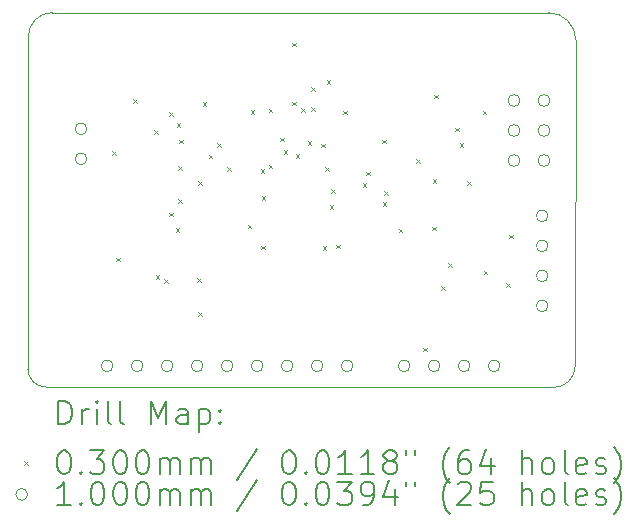
<source format=gbr>
%TF.GenerationSoftware,KiCad,Pcbnew,9.0.6*%
%TF.CreationDate,2025-12-29T02:06:04+05:30*%
%TF.ProjectId,DATA LOGGER,44415441-204c-44f4-9747-45522e6b6963,rev?*%
%TF.SameCoordinates,Original*%
%TF.FileFunction,Drillmap*%
%TF.FilePolarity,Positive*%
%FSLAX45Y45*%
G04 Gerber Fmt 4.5, Leading zero omitted, Abs format (unit mm)*
G04 Created by KiCad (PCBNEW 9.0.6) date 2025-12-29 02:06:04*
%MOMM*%
%LPD*%
G01*
G04 APERTURE LIST*
%ADD10C,0.050000*%
%ADD11C,0.200000*%
%ADD12C,0.100000*%
G04 APERTURE END LIST*
D10*
X9738300Y-8944200D02*
G75*
G02*
X9560500Y-9122000I-177800J0D01*
G01*
X9513550Y-5949700D02*
G75*
G02*
X9744150Y-6180300I0J-230600D01*
G01*
X5257800Y-9118600D02*
X9560500Y-9122000D01*
X5312450Y-5948300D02*
X9513550Y-5949700D01*
X5109250Y-6151500D02*
G75*
G02*
X5312450Y-5948300I203200J0D01*
G01*
X5105400Y-8966200D02*
X5109250Y-6151500D01*
X5257800Y-9118600D02*
G75*
G02*
X5105400Y-8966200I0J152400D01*
G01*
X9744150Y-6180300D02*
X9738300Y-8944200D01*
D11*
D12*
X5819000Y-7121000D02*
X5849000Y-7151000D01*
X5849000Y-7121000D02*
X5819000Y-7151000D01*
X5855000Y-8023000D02*
X5885000Y-8053000D01*
X5885000Y-8023000D02*
X5855000Y-8053000D01*
X5998000Y-6684000D02*
X6028000Y-6714000D01*
X6028000Y-6684000D02*
X5998000Y-6714000D01*
X6173000Y-6946000D02*
X6203000Y-6976000D01*
X6203000Y-6946000D02*
X6173000Y-6976000D01*
X6188363Y-8174475D02*
X6218363Y-8204475D01*
X6218363Y-8174475D02*
X6188363Y-8204475D01*
X6261000Y-8208000D02*
X6291000Y-8238000D01*
X6291000Y-8208000D02*
X6261000Y-8238000D01*
X6301000Y-6793000D02*
X6331000Y-6823000D01*
X6331000Y-6793000D02*
X6301000Y-6823000D01*
X6301000Y-7642500D02*
X6331000Y-7672500D01*
X6331000Y-7642500D02*
X6301000Y-7672500D01*
X6357000Y-7773000D02*
X6387000Y-7803000D01*
X6387000Y-7773000D02*
X6357000Y-7803000D01*
X6366000Y-6884000D02*
X6396000Y-6914000D01*
X6396000Y-6884000D02*
X6366000Y-6914000D01*
X6377000Y-7527000D02*
X6407000Y-7557000D01*
X6407000Y-7527000D02*
X6377000Y-7557000D01*
X6378000Y-7249000D02*
X6408000Y-7279000D01*
X6408000Y-7249000D02*
X6378000Y-7279000D01*
X6385000Y-7027000D02*
X6415000Y-7057000D01*
X6415000Y-7027000D02*
X6385000Y-7057000D01*
X6539000Y-8199000D02*
X6569000Y-8229000D01*
X6569000Y-8199000D02*
X6539000Y-8229000D01*
X6549000Y-8487000D02*
X6579000Y-8517000D01*
X6579000Y-8487000D02*
X6549000Y-8517000D01*
X6550000Y-7379000D02*
X6580000Y-7409000D01*
X6580000Y-7379000D02*
X6550000Y-7409000D01*
X6584000Y-6709000D02*
X6614000Y-6739000D01*
X6614000Y-6709000D02*
X6584000Y-6739000D01*
X6638268Y-7151879D02*
X6668268Y-7181879D01*
X6668268Y-7151879D02*
X6638268Y-7181879D01*
X6709000Y-7053000D02*
X6739000Y-7083000D01*
X6739000Y-7053000D02*
X6709000Y-7083000D01*
X6793500Y-7256500D02*
X6823500Y-7286500D01*
X6823500Y-7256500D02*
X6793500Y-7286500D01*
X6968000Y-7744000D02*
X6998000Y-7774000D01*
X6998000Y-7744000D02*
X6968000Y-7774000D01*
X6994000Y-6776000D02*
X7024000Y-6806000D01*
X7024000Y-6776000D02*
X6994000Y-6806000D01*
X7075000Y-7275000D02*
X7105000Y-7305000D01*
X7105000Y-7275000D02*
X7075000Y-7305000D01*
X7081000Y-7924000D02*
X7111000Y-7954000D01*
X7111000Y-7924000D02*
X7081000Y-7954000D01*
X7087000Y-7503000D02*
X7117000Y-7533000D01*
X7117000Y-7503000D02*
X7087000Y-7533000D01*
X7144060Y-6762744D02*
X7174060Y-6792744D01*
X7174060Y-6762744D02*
X7144060Y-6792744D01*
X7145000Y-7236000D02*
X7175000Y-7266000D01*
X7175000Y-7236000D02*
X7145000Y-7266000D01*
X7240831Y-7006999D02*
X7270831Y-7036999D01*
X7270831Y-7006999D02*
X7240831Y-7036999D01*
X7272000Y-7116000D02*
X7302000Y-7146000D01*
X7302000Y-7116000D02*
X7272000Y-7146000D01*
X7342000Y-6703000D02*
X7372000Y-6733000D01*
X7372000Y-6703000D02*
X7342000Y-6733000D01*
X7345000Y-6205000D02*
X7375000Y-6235000D01*
X7375000Y-6205000D02*
X7345000Y-6235000D01*
X7372000Y-7149000D02*
X7402000Y-7179000D01*
X7402000Y-7149000D02*
X7372000Y-7179000D01*
X7419000Y-6760000D02*
X7449000Y-6790000D01*
X7449000Y-6760000D02*
X7419000Y-6790000D01*
X7475000Y-7037000D02*
X7505000Y-7067000D01*
X7505000Y-7037000D02*
X7475000Y-7067000D01*
X7502500Y-6748000D02*
X7532500Y-6778000D01*
X7532500Y-6748000D02*
X7502500Y-6778000D01*
X7503000Y-6580000D02*
X7533000Y-6610000D01*
X7533000Y-6580000D02*
X7503000Y-6610000D01*
X7589000Y-7059000D02*
X7619000Y-7089000D01*
X7619000Y-7059000D02*
X7589000Y-7089000D01*
X7601000Y-7925000D02*
X7631000Y-7955000D01*
X7631000Y-7925000D02*
X7601000Y-7955000D01*
X7621000Y-7260000D02*
X7651000Y-7290000D01*
X7651000Y-7260000D02*
X7621000Y-7290000D01*
X7634000Y-6520000D02*
X7664000Y-6550000D01*
X7664000Y-6520000D02*
X7634000Y-6550000D01*
X7663000Y-7579000D02*
X7693000Y-7609000D01*
X7693000Y-7579000D02*
X7663000Y-7609000D01*
X7676009Y-7442761D02*
X7706009Y-7472761D01*
X7706009Y-7442761D02*
X7676009Y-7472761D01*
X7717000Y-7916000D02*
X7747000Y-7946000D01*
X7747000Y-7916000D02*
X7717000Y-7946000D01*
X7774766Y-6779900D02*
X7804766Y-6809900D01*
X7804766Y-6779900D02*
X7774766Y-6809900D01*
X7940500Y-7391500D02*
X7970500Y-7421500D01*
X7970500Y-7391500D02*
X7940500Y-7421500D01*
X7968000Y-7295000D02*
X7998000Y-7325000D01*
X7998000Y-7295000D02*
X7968000Y-7325000D01*
X8107426Y-7026573D02*
X8137426Y-7056573D01*
X8137426Y-7026573D02*
X8107426Y-7056573D01*
X8108000Y-7556000D02*
X8138000Y-7586000D01*
X8138000Y-7556000D02*
X8108000Y-7586000D01*
X8121000Y-7461000D02*
X8151000Y-7491000D01*
X8151000Y-7461000D02*
X8121000Y-7491000D01*
X8244000Y-7778000D02*
X8274000Y-7808000D01*
X8274000Y-7778000D02*
X8244000Y-7808000D01*
X8394400Y-7192000D02*
X8424400Y-7222000D01*
X8424400Y-7192000D02*
X8394400Y-7222000D01*
X8451000Y-8787000D02*
X8481000Y-8817000D01*
X8481000Y-8787000D02*
X8451000Y-8817000D01*
X8531000Y-7761000D02*
X8561000Y-7791000D01*
X8561000Y-7761000D02*
X8531000Y-7791000D01*
X8535000Y-7361000D02*
X8565000Y-7391000D01*
X8565000Y-7361000D02*
X8535000Y-7391000D01*
X8544000Y-6643000D02*
X8574000Y-6673000D01*
X8574000Y-6643000D02*
X8544000Y-6673000D01*
X8606000Y-8268000D02*
X8636000Y-8298000D01*
X8636000Y-8268000D02*
X8606000Y-8298000D01*
X8666000Y-8069500D02*
X8696000Y-8099500D01*
X8696000Y-8069500D02*
X8666000Y-8099500D01*
X8722824Y-6925323D02*
X8752824Y-6955323D01*
X8752824Y-6925323D02*
X8722824Y-6955323D01*
X8762427Y-7055426D02*
X8792427Y-7085426D01*
X8792427Y-7055426D02*
X8762427Y-7085426D01*
X8824000Y-7377000D02*
X8854000Y-7407000D01*
X8854000Y-7377000D02*
X8824000Y-7407000D01*
X8955000Y-6778000D02*
X8985000Y-6808000D01*
X8985000Y-6778000D02*
X8955000Y-6808000D01*
X8965427Y-8135573D02*
X8995427Y-8165573D01*
X8995427Y-8135573D02*
X8965427Y-8165573D01*
X9157000Y-8241000D02*
X9187000Y-8271000D01*
X9187000Y-8241000D02*
X9157000Y-8271000D01*
X9182000Y-7831000D02*
X9212000Y-7861000D01*
X9212000Y-7831000D02*
X9182000Y-7861000D01*
X5605000Y-6932500D02*
G75*
G02*
X5505000Y-6932500I-50000J0D01*
G01*
X5505000Y-6932500D02*
G75*
G02*
X5605000Y-6932500I50000J0D01*
G01*
X5605000Y-7186500D02*
G75*
G02*
X5505000Y-7186500I-50000J0D01*
G01*
X5505000Y-7186500D02*
G75*
G02*
X5605000Y-7186500I50000J0D01*
G01*
X5826500Y-8940000D02*
G75*
G02*
X5726500Y-8940000I-50000J0D01*
G01*
X5726500Y-8940000D02*
G75*
G02*
X5826500Y-8940000I50000J0D01*
G01*
X6080500Y-8940000D02*
G75*
G02*
X5980500Y-8940000I-50000J0D01*
G01*
X5980500Y-8940000D02*
G75*
G02*
X6080500Y-8940000I50000J0D01*
G01*
X6334500Y-8940000D02*
G75*
G02*
X6234500Y-8940000I-50000J0D01*
G01*
X6234500Y-8940000D02*
G75*
G02*
X6334500Y-8940000I50000J0D01*
G01*
X6588500Y-8940000D02*
G75*
G02*
X6488500Y-8940000I-50000J0D01*
G01*
X6488500Y-8940000D02*
G75*
G02*
X6588500Y-8940000I50000J0D01*
G01*
X6842500Y-8940000D02*
G75*
G02*
X6742500Y-8940000I-50000J0D01*
G01*
X6742500Y-8940000D02*
G75*
G02*
X6842500Y-8940000I50000J0D01*
G01*
X7096500Y-8940000D02*
G75*
G02*
X6996500Y-8940000I-50000J0D01*
G01*
X6996500Y-8940000D02*
G75*
G02*
X7096500Y-8940000I50000J0D01*
G01*
X7350500Y-8940000D02*
G75*
G02*
X7250500Y-8940000I-50000J0D01*
G01*
X7250500Y-8940000D02*
G75*
G02*
X7350500Y-8940000I50000J0D01*
G01*
X7604500Y-8940000D02*
G75*
G02*
X7504500Y-8940000I-50000J0D01*
G01*
X7504500Y-8940000D02*
G75*
G02*
X7604500Y-8940000I50000J0D01*
G01*
X7858500Y-8940000D02*
G75*
G02*
X7758500Y-8940000I-50000J0D01*
G01*
X7758500Y-8940000D02*
G75*
G02*
X7858500Y-8940000I50000J0D01*
G01*
X8341100Y-8940000D02*
G75*
G02*
X8241100Y-8940000I-50000J0D01*
G01*
X8241100Y-8940000D02*
G75*
G02*
X8341100Y-8940000I50000J0D01*
G01*
X8595100Y-8940000D02*
G75*
G02*
X8495100Y-8940000I-50000J0D01*
G01*
X8495100Y-8940000D02*
G75*
G02*
X8595100Y-8940000I50000J0D01*
G01*
X8849100Y-8940000D02*
G75*
G02*
X8749100Y-8940000I-50000J0D01*
G01*
X8749100Y-8940000D02*
G75*
G02*
X8849100Y-8940000I50000J0D01*
G01*
X9103100Y-8940000D02*
G75*
G02*
X9003100Y-8940000I-50000J0D01*
G01*
X9003100Y-8940000D02*
G75*
G02*
X9103100Y-8940000I50000J0D01*
G01*
X9271000Y-6692500D02*
G75*
G02*
X9171000Y-6692500I-50000J0D01*
G01*
X9171000Y-6692500D02*
G75*
G02*
X9271000Y-6692500I50000J0D01*
G01*
X9271000Y-6946500D02*
G75*
G02*
X9171000Y-6946500I-50000J0D01*
G01*
X9171000Y-6946500D02*
G75*
G02*
X9271000Y-6946500I50000J0D01*
G01*
X9271000Y-7200500D02*
G75*
G02*
X9171000Y-7200500I-50000J0D01*
G01*
X9171000Y-7200500D02*
G75*
G02*
X9271000Y-7200500I50000J0D01*
G01*
X9510000Y-7669500D02*
G75*
G02*
X9410000Y-7669500I-50000J0D01*
G01*
X9410000Y-7669500D02*
G75*
G02*
X9510000Y-7669500I50000J0D01*
G01*
X9510000Y-7923500D02*
G75*
G02*
X9410000Y-7923500I-50000J0D01*
G01*
X9410000Y-7923500D02*
G75*
G02*
X9510000Y-7923500I50000J0D01*
G01*
X9510000Y-8177500D02*
G75*
G02*
X9410000Y-8177500I-50000J0D01*
G01*
X9410000Y-8177500D02*
G75*
G02*
X9510000Y-8177500I50000J0D01*
G01*
X9510000Y-8431500D02*
G75*
G02*
X9410000Y-8431500I-50000J0D01*
G01*
X9410000Y-8431500D02*
G75*
G02*
X9510000Y-8431500I50000J0D01*
G01*
X9525000Y-6692500D02*
G75*
G02*
X9425000Y-6692500I-50000J0D01*
G01*
X9425000Y-6692500D02*
G75*
G02*
X9525000Y-6692500I50000J0D01*
G01*
X9525000Y-6946500D02*
G75*
G02*
X9425000Y-6946500I-50000J0D01*
G01*
X9425000Y-6946500D02*
G75*
G02*
X9525000Y-6946500I50000J0D01*
G01*
X9525000Y-7200500D02*
G75*
G02*
X9425000Y-7200500I-50000J0D01*
G01*
X9425000Y-7200500D02*
G75*
G02*
X9525000Y-7200500I50000J0D01*
G01*
D11*
X5363677Y-9435984D02*
X5363677Y-9235984D01*
X5363677Y-9235984D02*
X5411296Y-9235984D01*
X5411296Y-9235984D02*
X5439867Y-9245508D01*
X5439867Y-9245508D02*
X5458915Y-9264555D01*
X5458915Y-9264555D02*
X5468439Y-9283603D01*
X5468439Y-9283603D02*
X5477963Y-9321698D01*
X5477963Y-9321698D02*
X5477963Y-9350270D01*
X5477963Y-9350270D02*
X5468439Y-9388365D01*
X5468439Y-9388365D02*
X5458915Y-9407412D01*
X5458915Y-9407412D02*
X5439867Y-9426460D01*
X5439867Y-9426460D02*
X5411296Y-9435984D01*
X5411296Y-9435984D02*
X5363677Y-9435984D01*
X5563677Y-9435984D02*
X5563677Y-9302650D01*
X5563677Y-9340746D02*
X5573201Y-9321698D01*
X5573201Y-9321698D02*
X5582724Y-9312174D01*
X5582724Y-9312174D02*
X5601772Y-9302650D01*
X5601772Y-9302650D02*
X5620820Y-9302650D01*
X5687486Y-9435984D02*
X5687486Y-9302650D01*
X5687486Y-9235984D02*
X5677962Y-9245508D01*
X5677962Y-9245508D02*
X5687486Y-9255031D01*
X5687486Y-9255031D02*
X5697010Y-9245508D01*
X5697010Y-9245508D02*
X5687486Y-9235984D01*
X5687486Y-9235984D02*
X5687486Y-9255031D01*
X5811296Y-9435984D02*
X5792248Y-9426460D01*
X5792248Y-9426460D02*
X5782724Y-9407412D01*
X5782724Y-9407412D02*
X5782724Y-9235984D01*
X5916058Y-9435984D02*
X5897010Y-9426460D01*
X5897010Y-9426460D02*
X5887486Y-9407412D01*
X5887486Y-9407412D02*
X5887486Y-9235984D01*
X6144629Y-9435984D02*
X6144629Y-9235984D01*
X6144629Y-9235984D02*
X6211296Y-9378841D01*
X6211296Y-9378841D02*
X6277962Y-9235984D01*
X6277962Y-9235984D02*
X6277962Y-9435984D01*
X6458915Y-9435984D02*
X6458915Y-9331222D01*
X6458915Y-9331222D02*
X6449391Y-9312174D01*
X6449391Y-9312174D02*
X6430343Y-9302650D01*
X6430343Y-9302650D02*
X6392248Y-9302650D01*
X6392248Y-9302650D02*
X6373201Y-9312174D01*
X6458915Y-9426460D02*
X6439867Y-9435984D01*
X6439867Y-9435984D02*
X6392248Y-9435984D01*
X6392248Y-9435984D02*
X6373201Y-9426460D01*
X6373201Y-9426460D02*
X6363677Y-9407412D01*
X6363677Y-9407412D02*
X6363677Y-9388365D01*
X6363677Y-9388365D02*
X6373201Y-9369317D01*
X6373201Y-9369317D02*
X6392248Y-9359793D01*
X6392248Y-9359793D02*
X6439867Y-9359793D01*
X6439867Y-9359793D02*
X6458915Y-9350270D01*
X6554153Y-9302650D02*
X6554153Y-9502650D01*
X6554153Y-9312174D02*
X6573201Y-9302650D01*
X6573201Y-9302650D02*
X6611296Y-9302650D01*
X6611296Y-9302650D02*
X6630343Y-9312174D01*
X6630343Y-9312174D02*
X6639867Y-9321698D01*
X6639867Y-9321698D02*
X6649391Y-9340746D01*
X6649391Y-9340746D02*
X6649391Y-9397889D01*
X6649391Y-9397889D02*
X6639867Y-9416936D01*
X6639867Y-9416936D02*
X6630343Y-9426460D01*
X6630343Y-9426460D02*
X6611296Y-9435984D01*
X6611296Y-9435984D02*
X6573201Y-9435984D01*
X6573201Y-9435984D02*
X6554153Y-9426460D01*
X6735105Y-9416936D02*
X6744629Y-9426460D01*
X6744629Y-9426460D02*
X6735105Y-9435984D01*
X6735105Y-9435984D02*
X6725582Y-9426460D01*
X6725582Y-9426460D02*
X6735105Y-9416936D01*
X6735105Y-9416936D02*
X6735105Y-9435984D01*
X6735105Y-9312174D02*
X6744629Y-9321698D01*
X6744629Y-9321698D02*
X6735105Y-9331222D01*
X6735105Y-9331222D02*
X6725582Y-9321698D01*
X6725582Y-9321698D02*
X6735105Y-9312174D01*
X6735105Y-9312174D02*
X6735105Y-9331222D01*
D12*
X5072900Y-9749500D02*
X5102900Y-9779500D01*
X5102900Y-9749500D02*
X5072900Y-9779500D01*
D11*
X5401772Y-9655984D02*
X5420820Y-9655984D01*
X5420820Y-9655984D02*
X5439867Y-9665508D01*
X5439867Y-9665508D02*
X5449391Y-9675031D01*
X5449391Y-9675031D02*
X5458915Y-9694079D01*
X5458915Y-9694079D02*
X5468439Y-9732174D01*
X5468439Y-9732174D02*
X5468439Y-9779793D01*
X5468439Y-9779793D02*
X5458915Y-9817889D01*
X5458915Y-9817889D02*
X5449391Y-9836936D01*
X5449391Y-9836936D02*
X5439867Y-9846460D01*
X5439867Y-9846460D02*
X5420820Y-9855984D01*
X5420820Y-9855984D02*
X5401772Y-9855984D01*
X5401772Y-9855984D02*
X5382724Y-9846460D01*
X5382724Y-9846460D02*
X5373201Y-9836936D01*
X5373201Y-9836936D02*
X5363677Y-9817889D01*
X5363677Y-9817889D02*
X5354153Y-9779793D01*
X5354153Y-9779793D02*
X5354153Y-9732174D01*
X5354153Y-9732174D02*
X5363677Y-9694079D01*
X5363677Y-9694079D02*
X5373201Y-9675031D01*
X5373201Y-9675031D02*
X5382724Y-9665508D01*
X5382724Y-9665508D02*
X5401772Y-9655984D01*
X5554153Y-9836936D02*
X5563677Y-9846460D01*
X5563677Y-9846460D02*
X5554153Y-9855984D01*
X5554153Y-9855984D02*
X5544629Y-9846460D01*
X5544629Y-9846460D02*
X5554153Y-9836936D01*
X5554153Y-9836936D02*
X5554153Y-9855984D01*
X5630343Y-9655984D02*
X5754153Y-9655984D01*
X5754153Y-9655984D02*
X5687486Y-9732174D01*
X5687486Y-9732174D02*
X5716058Y-9732174D01*
X5716058Y-9732174D02*
X5735105Y-9741698D01*
X5735105Y-9741698D02*
X5744629Y-9751222D01*
X5744629Y-9751222D02*
X5754153Y-9770270D01*
X5754153Y-9770270D02*
X5754153Y-9817889D01*
X5754153Y-9817889D02*
X5744629Y-9836936D01*
X5744629Y-9836936D02*
X5735105Y-9846460D01*
X5735105Y-9846460D02*
X5716058Y-9855984D01*
X5716058Y-9855984D02*
X5658915Y-9855984D01*
X5658915Y-9855984D02*
X5639867Y-9846460D01*
X5639867Y-9846460D02*
X5630343Y-9836936D01*
X5877962Y-9655984D02*
X5897010Y-9655984D01*
X5897010Y-9655984D02*
X5916058Y-9665508D01*
X5916058Y-9665508D02*
X5925582Y-9675031D01*
X5925582Y-9675031D02*
X5935105Y-9694079D01*
X5935105Y-9694079D02*
X5944629Y-9732174D01*
X5944629Y-9732174D02*
X5944629Y-9779793D01*
X5944629Y-9779793D02*
X5935105Y-9817889D01*
X5935105Y-9817889D02*
X5925582Y-9836936D01*
X5925582Y-9836936D02*
X5916058Y-9846460D01*
X5916058Y-9846460D02*
X5897010Y-9855984D01*
X5897010Y-9855984D02*
X5877962Y-9855984D01*
X5877962Y-9855984D02*
X5858915Y-9846460D01*
X5858915Y-9846460D02*
X5849391Y-9836936D01*
X5849391Y-9836936D02*
X5839867Y-9817889D01*
X5839867Y-9817889D02*
X5830343Y-9779793D01*
X5830343Y-9779793D02*
X5830343Y-9732174D01*
X5830343Y-9732174D02*
X5839867Y-9694079D01*
X5839867Y-9694079D02*
X5849391Y-9675031D01*
X5849391Y-9675031D02*
X5858915Y-9665508D01*
X5858915Y-9665508D02*
X5877962Y-9655984D01*
X6068439Y-9655984D02*
X6087486Y-9655984D01*
X6087486Y-9655984D02*
X6106534Y-9665508D01*
X6106534Y-9665508D02*
X6116058Y-9675031D01*
X6116058Y-9675031D02*
X6125582Y-9694079D01*
X6125582Y-9694079D02*
X6135105Y-9732174D01*
X6135105Y-9732174D02*
X6135105Y-9779793D01*
X6135105Y-9779793D02*
X6125582Y-9817889D01*
X6125582Y-9817889D02*
X6116058Y-9836936D01*
X6116058Y-9836936D02*
X6106534Y-9846460D01*
X6106534Y-9846460D02*
X6087486Y-9855984D01*
X6087486Y-9855984D02*
X6068439Y-9855984D01*
X6068439Y-9855984D02*
X6049391Y-9846460D01*
X6049391Y-9846460D02*
X6039867Y-9836936D01*
X6039867Y-9836936D02*
X6030343Y-9817889D01*
X6030343Y-9817889D02*
X6020820Y-9779793D01*
X6020820Y-9779793D02*
X6020820Y-9732174D01*
X6020820Y-9732174D02*
X6030343Y-9694079D01*
X6030343Y-9694079D02*
X6039867Y-9675031D01*
X6039867Y-9675031D02*
X6049391Y-9665508D01*
X6049391Y-9665508D02*
X6068439Y-9655984D01*
X6220820Y-9855984D02*
X6220820Y-9722650D01*
X6220820Y-9741698D02*
X6230343Y-9732174D01*
X6230343Y-9732174D02*
X6249391Y-9722650D01*
X6249391Y-9722650D02*
X6277963Y-9722650D01*
X6277963Y-9722650D02*
X6297010Y-9732174D01*
X6297010Y-9732174D02*
X6306534Y-9751222D01*
X6306534Y-9751222D02*
X6306534Y-9855984D01*
X6306534Y-9751222D02*
X6316058Y-9732174D01*
X6316058Y-9732174D02*
X6335105Y-9722650D01*
X6335105Y-9722650D02*
X6363677Y-9722650D01*
X6363677Y-9722650D02*
X6382724Y-9732174D01*
X6382724Y-9732174D02*
X6392248Y-9751222D01*
X6392248Y-9751222D02*
X6392248Y-9855984D01*
X6487486Y-9855984D02*
X6487486Y-9722650D01*
X6487486Y-9741698D02*
X6497010Y-9732174D01*
X6497010Y-9732174D02*
X6516058Y-9722650D01*
X6516058Y-9722650D02*
X6544629Y-9722650D01*
X6544629Y-9722650D02*
X6563677Y-9732174D01*
X6563677Y-9732174D02*
X6573201Y-9751222D01*
X6573201Y-9751222D02*
X6573201Y-9855984D01*
X6573201Y-9751222D02*
X6582724Y-9732174D01*
X6582724Y-9732174D02*
X6601772Y-9722650D01*
X6601772Y-9722650D02*
X6630343Y-9722650D01*
X6630343Y-9722650D02*
X6649391Y-9732174D01*
X6649391Y-9732174D02*
X6658915Y-9751222D01*
X6658915Y-9751222D02*
X6658915Y-9855984D01*
X7049391Y-9646460D02*
X6877963Y-9903603D01*
X7306534Y-9655984D02*
X7325582Y-9655984D01*
X7325582Y-9655984D02*
X7344629Y-9665508D01*
X7344629Y-9665508D02*
X7354153Y-9675031D01*
X7354153Y-9675031D02*
X7363677Y-9694079D01*
X7363677Y-9694079D02*
X7373201Y-9732174D01*
X7373201Y-9732174D02*
X7373201Y-9779793D01*
X7373201Y-9779793D02*
X7363677Y-9817889D01*
X7363677Y-9817889D02*
X7354153Y-9836936D01*
X7354153Y-9836936D02*
X7344629Y-9846460D01*
X7344629Y-9846460D02*
X7325582Y-9855984D01*
X7325582Y-9855984D02*
X7306534Y-9855984D01*
X7306534Y-9855984D02*
X7287486Y-9846460D01*
X7287486Y-9846460D02*
X7277963Y-9836936D01*
X7277963Y-9836936D02*
X7268439Y-9817889D01*
X7268439Y-9817889D02*
X7258915Y-9779793D01*
X7258915Y-9779793D02*
X7258915Y-9732174D01*
X7258915Y-9732174D02*
X7268439Y-9694079D01*
X7268439Y-9694079D02*
X7277963Y-9675031D01*
X7277963Y-9675031D02*
X7287486Y-9665508D01*
X7287486Y-9665508D02*
X7306534Y-9655984D01*
X7458915Y-9836936D02*
X7468439Y-9846460D01*
X7468439Y-9846460D02*
X7458915Y-9855984D01*
X7458915Y-9855984D02*
X7449391Y-9846460D01*
X7449391Y-9846460D02*
X7458915Y-9836936D01*
X7458915Y-9836936D02*
X7458915Y-9855984D01*
X7592248Y-9655984D02*
X7611296Y-9655984D01*
X7611296Y-9655984D02*
X7630344Y-9665508D01*
X7630344Y-9665508D02*
X7639867Y-9675031D01*
X7639867Y-9675031D02*
X7649391Y-9694079D01*
X7649391Y-9694079D02*
X7658915Y-9732174D01*
X7658915Y-9732174D02*
X7658915Y-9779793D01*
X7658915Y-9779793D02*
X7649391Y-9817889D01*
X7649391Y-9817889D02*
X7639867Y-9836936D01*
X7639867Y-9836936D02*
X7630344Y-9846460D01*
X7630344Y-9846460D02*
X7611296Y-9855984D01*
X7611296Y-9855984D02*
X7592248Y-9855984D01*
X7592248Y-9855984D02*
X7573201Y-9846460D01*
X7573201Y-9846460D02*
X7563677Y-9836936D01*
X7563677Y-9836936D02*
X7554153Y-9817889D01*
X7554153Y-9817889D02*
X7544629Y-9779793D01*
X7544629Y-9779793D02*
X7544629Y-9732174D01*
X7544629Y-9732174D02*
X7554153Y-9694079D01*
X7554153Y-9694079D02*
X7563677Y-9675031D01*
X7563677Y-9675031D02*
X7573201Y-9665508D01*
X7573201Y-9665508D02*
X7592248Y-9655984D01*
X7849391Y-9855984D02*
X7735106Y-9855984D01*
X7792248Y-9855984D02*
X7792248Y-9655984D01*
X7792248Y-9655984D02*
X7773201Y-9684555D01*
X7773201Y-9684555D02*
X7754153Y-9703603D01*
X7754153Y-9703603D02*
X7735106Y-9713127D01*
X8039867Y-9855984D02*
X7925582Y-9855984D01*
X7982725Y-9855984D02*
X7982725Y-9655984D01*
X7982725Y-9655984D02*
X7963677Y-9684555D01*
X7963677Y-9684555D02*
X7944629Y-9703603D01*
X7944629Y-9703603D02*
X7925582Y-9713127D01*
X8154153Y-9741698D02*
X8135106Y-9732174D01*
X8135106Y-9732174D02*
X8125582Y-9722650D01*
X8125582Y-9722650D02*
X8116058Y-9703603D01*
X8116058Y-9703603D02*
X8116058Y-9694079D01*
X8116058Y-9694079D02*
X8125582Y-9675031D01*
X8125582Y-9675031D02*
X8135106Y-9665508D01*
X8135106Y-9665508D02*
X8154153Y-9655984D01*
X8154153Y-9655984D02*
X8192248Y-9655984D01*
X8192248Y-9655984D02*
X8211296Y-9665508D01*
X8211296Y-9665508D02*
X8220820Y-9675031D01*
X8220820Y-9675031D02*
X8230344Y-9694079D01*
X8230344Y-9694079D02*
X8230344Y-9703603D01*
X8230344Y-9703603D02*
X8220820Y-9722650D01*
X8220820Y-9722650D02*
X8211296Y-9732174D01*
X8211296Y-9732174D02*
X8192248Y-9741698D01*
X8192248Y-9741698D02*
X8154153Y-9741698D01*
X8154153Y-9741698D02*
X8135106Y-9751222D01*
X8135106Y-9751222D02*
X8125582Y-9760746D01*
X8125582Y-9760746D02*
X8116058Y-9779793D01*
X8116058Y-9779793D02*
X8116058Y-9817889D01*
X8116058Y-9817889D02*
X8125582Y-9836936D01*
X8125582Y-9836936D02*
X8135106Y-9846460D01*
X8135106Y-9846460D02*
X8154153Y-9855984D01*
X8154153Y-9855984D02*
X8192248Y-9855984D01*
X8192248Y-9855984D02*
X8211296Y-9846460D01*
X8211296Y-9846460D02*
X8220820Y-9836936D01*
X8220820Y-9836936D02*
X8230344Y-9817889D01*
X8230344Y-9817889D02*
X8230344Y-9779793D01*
X8230344Y-9779793D02*
X8220820Y-9760746D01*
X8220820Y-9760746D02*
X8211296Y-9751222D01*
X8211296Y-9751222D02*
X8192248Y-9741698D01*
X8306534Y-9655984D02*
X8306534Y-9694079D01*
X8382725Y-9655984D02*
X8382725Y-9694079D01*
X8677963Y-9932174D02*
X8668439Y-9922650D01*
X8668439Y-9922650D02*
X8649391Y-9894079D01*
X8649391Y-9894079D02*
X8639868Y-9875031D01*
X8639868Y-9875031D02*
X8630344Y-9846460D01*
X8630344Y-9846460D02*
X8620820Y-9798841D01*
X8620820Y-9798841D02*
X8620820Y-9760746D01*
X8620820Y-9760746D02*
X8630344Y-9713127D01*
X8630344Y-9713127D02*
X8639868Y-9684555D01*
X8639868Y-9684555D02*
X8649391Y-9665508D01*
X8649391Y-9665508D02*
X8668439Y-9636936D01*
X8668439Y-9636936D02*
X8677963Y-9627412D01*
X8839868Y-9655984D02*
X8801772Y-9655984D01*
X8801772Y-9655984D02*
X8782725Y-9665508D01*
X8782725Y-9665508D02*
X8773201Y-9675031D01*
X8773201Y-9675031D02*
X8754153Y-9703603D01*
X8754153Y-9703603D02*
X8744630Y-9741698D01*
X8744630Y-9741698D02*
X8744630Y-9817889D01*
X8744630Y-9817889D02*
X8754153Y-9836936D01*
X8754153Y-9836936D02*
X8763677Y-9846460D01*
X8763677Y-9846460D02*
X8782725Y-9855984D01*
X8782725Y-9855984D02*
X8820820Y-9855984D01*
X8820820Y-9855984D02*
X8839868Y-9846460D01*
X8839868Y-9846460D02*
X8849391Y-9836936D01*
X8849391Y-9836936D02*
X8858915Y-9817889D01*
X8858915Y-9817889D02*
X8858915Y-9770270D01*
X8858915Y-9770270D02*
X8849391Y-9751222D01*
X8849391Y-9751222D02*
X8839868Y-9741698D01*
X8839868Y-9741698D02*
X8820820Y-9732174D01*
X8820820Y-9732174D02*
X8782725Y-9732174D01*
X8782725Y-9732174D02*
X8763677Y-9741698D01*
X8763677Y-9741698D02*
X8754153Y-9751222D01*
X8754153Y-9751222D02*
X8744630Y-9770270D01*
X9030344Y-9722650D02*
X9030344Y-9855984D01*
X8982725Y-9646460D02*
X8935106Y-9789317D01*
X8935106Y-9789317D02*
X9058915Y-9789317D01*
X9287487Y-9855984D02*
X9287487Y-9655984D01*
X9373201Y-9855984D02*
X9373201Y-9751222D01*
X9373201Y-9751222D02*
X9363677Y-9732174D01*
X9363677Y-9732174D02*
X9344630Y-9722650D01*
X9344630Y-9722650D02*
X9316058Y-9722650D01*
X9316058Y-9722650D02*
X9297011Y-9732174D01*
X9297011Y-9732174D02*
X9287487Y-9741698D01*
X9497011Y-9855984D02*
X9477963Y-9846460D01*
X9477963Y-9846460D02*
X9468439Y-9836936D01*
X9468439Y-9836936D02*
X9458915Y-9817889D01*
X9458915Y-9817889D02*
X9458915Y-9760746D01*
X9458915Y-9760746D02*
X9468439Y-9741698D01*
X9468439Y-9741698D02*
X9477963Y-9732174D01*
X9477963Y-9732174D02*
X9497011Y-9722650D01*
X9497011Y-9722650D02*
X9525582Y-9722650D01*
X9525582Y-9722650D02*
X9544630Y-9732174D01*
X9544630Y-9732174D02*
X9554153Y-9741698D01*
X9554153Y-9741698D02*
X9563677Y-9760746D01*
X9563677Y-9760746D02*
X9563677Y-9817889D01*
X9563677Y-9817889D02*
X9554153Y-9836936D01*
X9554153Y-9836936D02*
X9544630Y-9846460D01*
X9544630Y-9846460D02*
X9525582Y-9855984D01*
X9525582Y-9855984D02*
X9497011Y-9855984D01*
X9677963Y-9855984D02*
X9658915Y-9846460D01*
X9658915Y-9846460D02*
X9649392Y-9827412D01*
X9649392Y-9827412D02*
X9649392Y-9655984D01*
X9830344Y-9846460D02*
X9811296Y-9855984D01*
X9811296Y-9855984D02*
X9773201Y-9855984D01*
X9773201Y-9855984D02*
X9754153Y-9846460D01*
X9754153Y-9846460D02*
X9744630Y-9827412D01*
X9744630Y-9827412D02*
X9744630Y-9751222D01*
X9744630Y-9751222D02*
X9754153Y-9732174D01*
X9754153Y-9732174D02*
X9773201Y-9722650D01*
X9773201Y-9722650D02*
X9811296Y-9722650D01*
X9811296Y-9722650D02*
X9830344Y-9732174D01*
X9830344Y-9732174D02*
X9839868Y-9751222D01*
X9839868Y-9751222D02*
X9839868Y-9770270D01*
X9839868Y-9770270D02*
X9744630Y-9789317D01*
X9916058Y-9846460D02*
X9935106Y-9855984D01*
X9935106Y-9855984D02*
X9973201Y-9855984D01*
X9973201Y-9855984D02*
X9992249Y-9846460D01*
X9992249Y-9846460D02*
X10001773Y-9827412D01*
X10001773Y-9827412D02*
X10001773Y-9817889D01*
X10001773Y-9817889D02*
X9992249Y-9798841D01*
X9992249Y-9798841D02*
X9973201Y-9789317D01*
X9973201Y-9789317D02*
X9944630Y-9789317D01*
X9944630Y-9789317D02*
X9925582Y-9779793D01*
X9925582Y-9779793D02*
X9916058Y-9760746D01*
X9916058Y-9760746D02*
X9916058Y-9751222D01*
X9916058Y-9751222D02*
X9925582Y-9732174D01*
X9925582Y-9732174D02*
X9944630Y-9722650D01*
X9944630Y-9722650D02*
X9973201Y-9722650D01*
X9973201Y-9722650D02*
X9992249Y-9732174D01*
X10068439Y-9932174D02*
X10077963Y-9922650D01*
X10077963Y-9922650D02*
X10097011Y-9894079D01*
X10097011Y-9894079D02*
X10106534Y-9875031D01*
X10106534Y-9875031D02*
X10116058Y-9846460D01*
X10116058Y-9846460D02*
X10125582Y-9798841D01*
X10125582Y-9798841D02*
X10125582Y-9760746D01*
X10125582Y-9760746D02*
X10116058Y-9713127D01*
X10116058Y-9713127D02*
X10106534Y-9684555D01*
X10106534Y-9684555D02*
X10097011Y-9665508D01*
X10097011Y-9665508D02*
X10077963Y-9636936D01*
X10077963Y-9636936D02*
X10068439Y-9627412D01*
D12*
X5102900Y-10028500D02*
G75*
G02*
X5002900Y-10028500I-50000J0D01*
G01*
X5002900Y-10028500D02*
G75*
G02*
X5102900Y-10028500I50000J0D01*
G01*
D11*
X5468439Y-10119984D02*
X5354153Y-10119984D01*
X5411296Y-10119984D02*
X5411296Y-9919984D01*
X5411296Y-9919984D02*
X5392248Y-9948555D01*
X5392248Y-9948555D02*
X5373201Y-9967603D01*
X5373201Y-9967603D02*
X5354153Y-9977127D01*
X5554153Y-10100936D02*
X5563677Y-10110460D01*
X5563677Y-10110460D02*
X5554153Y-10119984D01*
X5554153Y-10119984D02*
X5544629Y-10110460D01*
X5544629Y-10110460D02*
X5554153Y-10100936D01*
X5554153Y-10100936D02*
X5554153Y-10119984D01*
X5687486Y-9919984D02*
X5706534Y-9919984D01*
X5706534Y-9919984D02*
X5725582Y-9929508D01*
X5725582Y-9929508D02*
X5735105Y-9939031D01*
X5735105Y-9939031D02*
X5744629Y-9958079D01*
X5744629Y-9958079D02*
X5754153Y-9996174D01*
X5754153Y-9996174D02*
X5754153Y-10043793D01*
X5754153Y-10043793D02*
X5744629Y-10081889D01*
X5744629Y-10081889D02*
X5735105Y-10100936D01*
X5735105Y-10100936D02*
X5725582Y-10110460D01*
X5725582Y-10110460D02*
X5706534Y-10119984D01*
X5706534Y-10119984D02*
X5687486Y-10119984D01*
X5687486Y-10119984D02*
X5668439Y-10110460D01*
X5668439Y-10110460D02*
X5658915Y-10100936D01*
X5658915Y-10100936D02*
X5649391Y-10081889D01*
X5649391Y-10081889D02*
X5639867Y-10043793D01*
X5639867Y-10043793D02*
X5639867Y-9996174D01*
X5639867Y-9996174D02*
X5649391Y-9958079D01*
X5649391Y-9958079D02*
X5658915Y-9939031D01*
X5658915Y-9939031D02*
X5668439Y-9929508D01*
X5668439Y-9929508D02*
X5687486Y-9919984D01*
X5877962Y-9919984D02*
X5897010Y-9919984D01*
X5897010Y-9919984D02*
X5916058Y-9929508D01*
X5916058Y-9929508D02*
X5925582Y-9939031D01*
X5925582Y-9939031D02*
X5935105Y-9958079D01*
X5935105Y-9958079D02*
X5944629Y-9996174D01*
X5944629Y-9996174D02*
X5944629Y-10043793D01*
X5944629Y-10043793D02*
X5935105Y-10081889D01*
X5935105Y-10081889D02*
X5925582Y-10100936D01*
X5925582Y-10100936D02*
X5916058Y-10110460D01*
X5916058Y-10110460D02*
X5897010Y-10119984D01*
X5897010Y-10119984D02*
X5877962Y-10119984D01*
X5877962Y-10119984D02*
X5858915Y-10110460D01*
X5858915Y-10110460D02*
X5849391Y-10100936D01*
X5849391Y-10100936D02*
X5839867Y-10081889D01*
X5839867Y-10081889D02*
X5830343Y-10043793D01*
X5830343Y-10043793D02*
X5830343Y-9996174D01*
X5830343Y-9996174D02*
X5839867Y-9958079D01*
X5839867Y-9958079D02*
X5849391Y-9939031D01*
X5849391Y-9939031D02*
X5858915Y-9929508D01*
X5858915Y-9929508D02*
X5877962Y-9919984D01*
X6068439Y-9919984D02*
X6087486Y-9919984D01*
X6087486Y-9919984D02*
X6106534Y-9929508D01*
X6106534Y-9929508D02*
X6116058Y-9939031D01*
X6116058Y-9939031D02*
X6125582Y-9958079D01*
X6125582Y-9958079D02*
X6135105Y-9996174D01*
X6135105Y-9996174D02*
X6135105Y-10043793D01*
X6135105Y-10043793D02*
X6125582Y-10081889D01*
X6125582Y-10081889D02*
X6116058Y-10100936D01*
X6116058Y-10100936D02*
X6106534Y-10110460D01*
X6106534Y-10110460D02*
X6087486Y-10119984D01*
X6087486Y-10119984D02*
X6068439Y-10119984D01*
X6068439Y-10119984D02*
X6049391Y-10110460D01*
X6049391Y-10110460D02*
X6039867Y-10100936D01*
X6039867Y-10100936D02*
X6030343Y-10081889D01*
X6030343Y-10081889D02*
X6020820Y-10043793D01*
X6020820Y-10043793D02*
X6020820Y-9996174D01*
X6020820Y-9996174D02*
X6030343Y-9958079D01*
X6030343Y-9958079D02*
X6039867Y-9939031D01*
X6039867Y-9939031D02*
X6049391Y-9929508D01*
X6049391Y-9929508D02*
X6068439Y-9919984D01*
X6220820Y-10119984D02*
X6220820Y-9986650D01*
X6220820Y-10005698D02*
X6230343Y-9996174D01*
X6230343Y-9996174D02*
X6249391Y-9986650D01*
X6249391Y-9986650D02*
X6277963Y-9986650D01*
X6277963Y-9986650D02*
X6297010Y-9996174D01*
X6297010Y-9996174D02*
X6306534Y-10015222D01*
X6306534Y-10015222D02*
X6306534Y-10119984D01*
X6306534Y-10015222D02*
X6316058Y-9996174D01*
X6316058Y-9996174D02*
X6335105Y-9986650D01*
X6335105Y-9986650D02*
X6363677Y-9986650D01*
X6363677Y-9986650D02*
X6382724Y-9996174D01*
X6382724Y-9996174D02*
X6392248Y-10015222D01*
X6392248Y-10015222D02*
X6392248Y-10119984D01*
X6487486Y-10119984D02*
X6487486Y-9986650D01*
X6487486Y-10005698D02*
X6497010Y-9996174D01*
X6497010Y-9996174D02*
X6516058Y-9986650D01*
X6516058Y-9986650D02*
X6544629Y-9986650D01*
X6544629Y-9986650D02*
X6563677Y-9996174D01*
X6563677Y-9996174D02*
X6573201Y-10015222D01*
X6573201Y-10015222D02*
X6573201Y-10119984D01*
X6573201Y-10015222D02*
X6582724Y-9996174D01*
X6582724Y-9996174D02*
X6601772Y-9986650D01*
X6601772Y-9986650D02*
X6630343Y-9986650D01*
X6630343Y-9986650D02*
X6649391Y-9996174D01*
X6649391Y-9996174D02*
X6658915Y-10015222D01*
X6658915Y-10015222D02*
X6658915Y-10119984D01*
X7049391Y-9910460D02*
X6877963Y-10167603D01*
X7306534Y-9919984D02*
X7325582Y-9919984D01*
X7325582Y-9919984D02*
X7344629Y-9929508D01*
X7344629Y-9929508D02*
X7354153Y-9939031D01*
X7354153Y-9939031D02*
X7363677Y-9958079D01*
X7363677Y-9958079D02*
X7373201Y-9996174D01*
X7373201Y-9996174D02*
X7373201Y-10043793D01*
X7373201Y-10043793D02*
X7363677Y-10081889D01*
X7363677Y-10081889D02*
X7354153Y-10100936D01*
X7354153Y-10100936D02*
X7344629Y-10110460D01*
X7344629Y-10110460D02*
X7325582Y-10119984D01*
X7325582Y-10119984D02*
X7306534Y-10119984D01*
X7306534Y-10119984D02*
X7287486Y-10110460D01*
X7287486Y-10110460D02*
X7277963Y-10100936D01*
X7277963Y-10100936D02*
X7268439Y-10081889D01*
X7268439Y-10081889D02*
X7258915Y-10043793D01*
X7258915Y-10043793D02*
X7258915Y-9996174D01*
X7258915Y-9996174D02*
X7268439Y-9958079D01*
X7268439Y-9958079D02*
X7277963Y-9939031D01*
X7277963Y-9939031D02*
X7287486Y-9929508D01*
X7287486Y-9929508D02*
X7306534Y-9919984D01*
X7458915Y-10100936D02*
X7468439Y-10110460D01*
X7468439Y-10110460D02*
X7458915Y-10119984D01*
X7458915Y-10119984D02*
X7449391Y-10110460D01*
X7449391Y-10110460D02*
X7458915Y-10100936D01*
X7458915Y-10100936D02*
X7458915Y-10119984D01*
X7592248Y-9919984D02*
X7611296Y-9919984D01*
X7611296Y-9919984D02*
X7630344Y-9929508D01*
X7630344Y-9929508D02*
X7639867Y-9939031D01*
X7639867Y-9939031D02*
X7649391Y-9958079D01*
X7649391Y-9958079D02*
X7658915Y-9996174D01*
X7658915Y-9996174D02*
X7658915Y-10043793D01*
X7658915Y-10043793D02*
X7649391Y-10081889D01*
X7649391Y-10081889D02*
X7639867Y-10100936D01*
X7639867Y-10100936D02*
X7630344Y-10110460D01*
X7630344Y-10110460D02*
X7611296Y-10119984D01*
X7611296Y-10119984D02*
X7592248Y-10119984D01*
X7592248Y-10119984D02*
X7573201Y-10110460D01*
X7573201Y-10110460D02*
X7563677Y-10100936D01*
X7563677Y-10100936D02*
X7554153Y-10081889D01*
X7554153Y-10081889D02*
X7544629Y-10043793D01*
X7544629Y-10043793D02*
X7544629Y-9996174D01*
X7544629Y-9996174D02*
X7554153Y-9958079D01*
X7554153Y-9958079D02*
X7563677Y-9939031D01*
X7563677Y-9939031D02*
X7573201Y-9929508D01*
X7573201Y-9929508D02*
X7592248Y-9919984D01*
X7725582Y-9919984D02*
X7849391Y-9919984D01*
X7849391Y-9919984D02*
X7782725Y-9996174D01*
X7782725Y-9996174D02*
X7811296Y-9996174D01*
X7811296Y-9996174D02*
X7830344Y-10005698D01*
X7830344Y-10005698D02*
X7839867Y-10015222D01*
X7839867Y-10015222D02*
X7849391Y-10034270D01*
X7849391Y-10034270D02*
X7849391Y-10081889D01*
X7849391Y-10081889D02*
X7839867Y-10100936D01*
X7839867Y-10100936D02*
X7830344Y-10110460D01*
X7830344Y-10110460D02*
X7811296Y-10119984D01*
X7811296Y-10119984D02*
X7754153Y-10119984D01*
X7754153Y-10119984D02*
X7735106Y-10110460D01*
X7735106Y-10110460D02*
X7725582Y-10100936D01*
X7944629Y-10119984D02*
X7982725Y-10119984D01*
X7982725Y-10119984D02*
X8001772Y-10110460D01*
X8001772Y-10110460D02*
X8011296Y-10100936D01*
X8011296Y-10100936D02*
X8030344Y-10072365D01*
X8030344Y-10072365D02*
X8039867Y-10034270D01*
X8039867Y-10034270D02*
X8039867Y-9958079D01*
X8039867Y-9958079D02*
X8030344Y-9939031D01*
X8030344Y-9939031D02*
X8020820Y-9929508D01*
X8020820Y-9929508D02*
X8001772Y-9919984D01*
X8001772Y-9919984D02*
X7963677Y-9919984D01*
X7963677Y-9919984D02*
X7944629Y-9929508D01*
X7944629Y-9929508D02*
X7935106Y-9939031D01*
X7935106Y-9939031D02*
X7925582Y-9958079D01*
X7925582Y-9958079D02*
X7925582Y-10005698D01*
X7925582Y-10005698D02*
X7935106Y-10024746D01*
X7935106Y-10024746D02*
X7944629Y-10034270D01*
X7944629Y-10034270D02*
X7963677Y-10043793D01*
X7963677Y-10043793D02*
X8001772Y-10043793D01*
X8001772Y-10043793D02*
X8020820Y-10034270D01*
X8020820Y-10034270D02*
X8030344Y-10024746D01*
X8030344Y-10024746D02*
X8039867Y-10005698D01*
X8211296Y-9986650D02*
X8211296Y-10119984D01*
X8163677Y-9910460D02*
X8116058Y-10053317D01*
X8116058Y-10053317D02*
X8239867Y-10053317D01*
X8306534Y-9919984D02*
X8306534Y-9958079D01*
X8382725Y-9919984D02*
X8382725Y-9958079D01*
X8677963Y-10196174D02*
X8668439Y-10186650D01*
X8668439Y-10186650D02*
X8649391Y-10158079D01*
X8649391Y-10158079D02*
X8639868Y-10139031D01*
X8639868Y-10139031D02*
X8630344Y-10110460D01*
X8630344Y-10110460D02*
X8620820Y-10062841D01*
X8620820Y-10062841D02*
X8620820Y-10024746D01*
X8620820Y-10024746D02*
X8630344Y-9977127D01*
X8630344Y-9977127D02*
X8639868Y-9948555D01*
X8639868Y-9948555D02*
X8649391Y-9929508D01*
X8649391Y-9929508D02*
X8668439Y-9900936D01*
X8668439Y-9900936D02*
X8677963Y-9891412D01*
X8744630Y-9939031D02*
X8754153Y-9929508D01*
X8754153Y-9929508D02*
X8773201Y-9919984D01*
X8773201Y-9919984D02*
X8820820Y-9919984D01*
X8820820Y-9919984D02*
X8839868Y-9929508D01*
X8839868Y-9929508D02*
X8849391Y-9939031D01*
X8849391Y-9939031D02*
X8858915Y-9958079D01*
X8858915Y-9958079D02*
X8858915Y-9977127D01*
X8858915Y-9977127D02*
X8849391Y-10005698D01*
X8849391Y-10005698D02*
X8735106Y-10119984D01*
X8735106Y-10119984D02*
X8858915Y-10119984D01*
X9039868Y-9919984D02*
X8944630Y-9919984D01*
X8944630Y-9919984D02*
X8935106Y-10015222D01*
X8935106Y-10015222D02*
X8944630Y-10005698D01*
X8944630Y-10005698D02*
X8963677Y-9996174D01*
X8963677Y-9996174D02*
X9011296Y-9996174D01*
X9011296Y-9996174D02*
X9030344Y-10005698D01*
X9030344Y-10005698D02*
X9039868Y-10015222D01*
X9039868Y-10015222D02*
X9049391Y-10034270D01*
X9049391Y-10034270D02*
X9049391Y-10081889D01*
X9049391Y-10081889D02*
X9039868Y-10100936D01*
X9039868Y-10100936D02*
X9030344Y-10110460D01*
X9030344Y-10110460D02*
X9011296Y-10119984D01*
X9011296Y-10119984D02*
X8963677Y-10119984D01*
X8963677Y-10119984D02*
X8944630Y-10110460D01*
X8944630Y-10110460D02*
X8935106Y-10100936D01*
X9287487Y-10119984D02*
X9287487Y-9919984D01*
X9373201Y-10119984D02*
X9373201Y-10015222D01*
X9373201Y-10015222D02*
X9363677Y-9996174D01*
X9363677Y-9996174D02*
X9344630Y-9986650D01*
X9344630Y-9986650D02*
X9316058Y-9986650D01*
X9316058Y-9986650D02*
X9297011Y-9996174D01*
X9297011Y-9996174D02*
X9287487Y-10005698D01*
X9497011Y-10119984D02*
X9477963Y-10110460D01*
X9477963Y-10110460D02*
X9468439Y-10100936D01*
X9468439Y-10100936D02*
X9458915Y-10081889D01*
X9458915Y-10081889D02*
X9458915Y-10024746D01*
X9458915Y-10024746D02*
X9468439Y-10005698D01*
X9468439Y-10005698D02*
X9477963Y-9996174D01*
X9477963Y-9996174D02*
X9497011Y-9986650D01*
X9497011Y-9986650D02*
X9525582Y-9986650D01*
X9525582Y-9986650D02*
X9544630Y-9996174D01*
X9544630Y-9996174D02*
X9554153Y-10005698D01*
X9554153Y-10005698D02*
X9563677Y-10024746D01*
X9563677Y-10024746D02*
X9563677Y-10081889D01*
X9563677Y-10081889D02*
X9554153Y-10100936D01*
X9554153Y-10100936D02*
X9544630Y-10110460D01*
X9544630Y-10110460D02*
X9525582Y-10119984D01*
X9525582Y-10119984D02*
X9497011Y-10119984D01*
X9677963Y-10119984D02*
X9658915Y-10110460D01*
X9658915Y-10110460D02*
X9649392Y-10091412D01*
X9649392Y-10091412D02*
X9649392Y-9919984D01*
X9830344Y-10110460D02*
X9811296Y-10119984D01*
X9811296Y-10119984D02*
X9773201Y-10119984D01*
X9773201Y-10119984D02*
X9754153Y-10110460D01*
X9754153Y-10110460D02*
X9744630Y-10091412D01*
X9744630Y-10091412D02*
X9744630Y-10015222D01*
X9744630Y-10015222D02*
X9754153Y-9996174D01*
X9754153Y-9996174D02*
X9773201Y-9986650D01*
X9773201Y-9986650D02*
X9811296Y-9986650D01*
X9811296Y-9986650D02*
X9830344Y-9996174D01*
X9830344Y-9996174D02*
X9839868Y-10015222D01*
X9839868Y-10015222D02*
X9839868Y-10034270D01*
X9839868Y-10034270D02*
X9744630Y-10053317D01*
X9916058Y-10110460D02*
X9935106Y-10119984D01*
X9935106Y-10119984D02*
X9973201Y-10119984D01*
X9973201Y-10119984D02*
X9992249Y-10110460D01*
X9992249Y-10110460D02*
X10001773Y-10091412D01*
X10001773Y-10091412D02*
X10001773Y-10081889D01*
X10001773Y-10081889D02*
X9992249Y-10062841D01*
X9992249Y-10062841D02*
X9973201Y-10053317D01*
X9973201Y-10053317D02*
X9944630Y-10053317D01*
X9944630Y-10053317D02*
X9925582Y-10043793D01*
X9925582Y-10043793D02*
X9916058Y-10024746D01*
X9916058Y-10024746D02*
X9916058Y-10015222D01*
X9916058Y-10015222D02*
X9925582Y-9996174D01*
X9925582Y-9996174D02*
X9944630Y-9986650D01*
X9944630Y-9986650D02*
X9973201Y-9986650D01*
X9973201Y-9986650D02*
X9992249Y-9996174D01*
X10068439Y-10196174D02*
X10077963Y-10186650D01*
X10077963Y-10186650D02*
X10097011Y-10158079D01*
X10097011Y-10158079D02*
X10106534Y-10139031D01*
X10106534Y-10139031D02*
X10116058Y-10110460D01*
X10116058Y-10110460D02*
X10125582Y-10062841D01*
X10125582Y-10062841D02*
X10125582Y-10024746D01*
X10125582Y-10024746D02*
X10116058Y-9977127D01*
X10116058Y-9977127D02*
X10106534Y-9948555D01*
X10106534Y-9948555D02*
X10097011Y-9929508D01*
X10097011Y-9929508D02*
X10077963Y-9900936D01*
X10077963Y-9900936D02*
X10068439Y-9891412D01*
M02*

</source>
